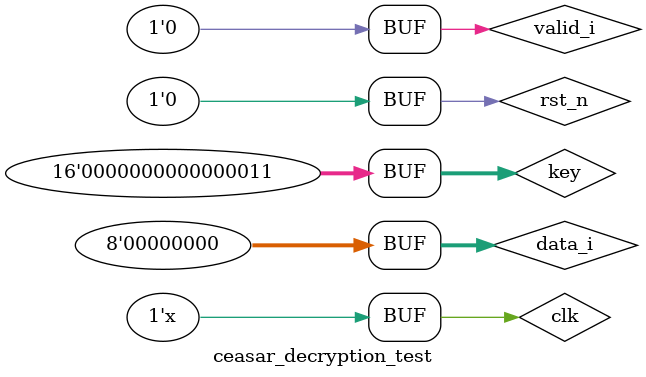
<source format=v>
`timescale 1ns / 1ps


module ceasar_decryption_test;

	// Inputs
	reg clk;
	reg rst_n;
	reg [7:0] data_i;
	reg valid_i;
	reg [15:0] key;

	// Outputs
	wire [7:0] data_o;
	wire valid_o;

	// Instantiate the Unit Under Test (UUT)
	ceasar_decryption uut (
		.clk(clk), 
		.rst_n(rst_n), 
		.data_i(data_i), 
		.valid_i(valid_i), 
		.key(key), 
		.data_o(data_o), 
		.valid_o(valid_o)
	);
	
	always #10 clk = ~clk; 
	initial begin
		// Initialize Inputs
		clk = 1;
		rst_n = 0; 
		data_i = 8'h44;
		valid_i = 1;
		key = 3;

		// Wait 100 ns for global reset to finish
		#20;
        
		// Add stimulus here
		data_i = 8'h51;
		
		#20;
		data_i = 8'h44;
		
		#20;
		data_i = 8'h41;
		
		#20
		data_i = 0;
		valid_i = 0;
	end

		
endmodule


</source>
